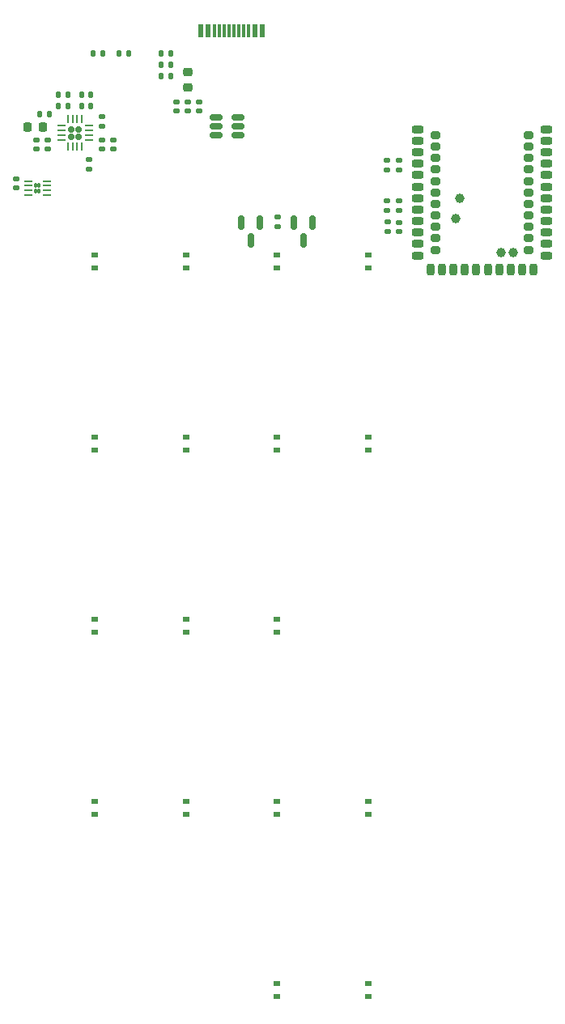
<source format=gtp>
G04 #@! TF.GenerationSoftware,KiCad,Pcbnew,(6.0.5)*
G04 #@! TF.CreationDate,2022-06-15T23:33:22+02:00*
G04 #@! TF.ProjectId,whalepad,7768616c-6570-4616-942e-6b696361645f,rev?*
G04 #@! TF.SameCoordinates,Original*
G04 #@! TF.FileFunction,Paste,Top*
G04 #@! TF.FilePolarity,Positive*
%FSLAX46Y46*%
G04 Gerber Fmt 4.6, Leading zero omitted, Abs format (unit mm)*
G04 Created by KiCad (PCBNEW (6.0.5)) date 2022-06-15 23:33:22*
%MOMM*%
%LPD*%
G01*
G04 APERTURE LIST*
G04 Aperture macros list*
%AMRoundRect*
0 Rectangle with rounded corners*
0 $1 Rounding radius*
0 $2 $3 $4 $5 $6 $7 $8 $9 X,Y pos of 4 corners*
0 Add a 4 corners polygon primitive as box body*
4,1,4,$2,$3,$4,$5,$6,$7,$8,$9,$2,$3,0*
0 Add four circle primitives for the rounded corners*
1,1,$1+$1,$2,$3*
1,1,$1+$1,$4,$5*
1,1,$1+$1,$6,$7*
1,1,$1+$1,$8,$9*
0 Add four rect primitives between the rounded corners*
20,1,$1+$1,$2,$3,$4,$5,0*
20,1,$1+$1,$4,$5,$6,$7,0*
20,1,$1+$1,$6,$7,$8,$9,0*
20,1,$1+$1,$8,$9,$2,$3,0*%
G04 Aperture macros list end*
%ADD10R,0.700000X0.600000*%
%ADD11RoundRect,0.135000X-0.185000X0.135000X-0.185000X-0.135000X0.185000X-0.135000X0.185000X0.135000X0*%
%ADD12RoundRect,0.140000X-0.140000X-0.170000X0.140000X-0.170000X0.140000X0.170000X-0.140000X0.170000X0*%
%ADD13RoundRect,0.070000X-0.070000X-0.190000X0.070000X-0.190000X0.070000X0.190000X-0.070000X0.190000X0*%
%ADD14RoundRect,0.062500X-0.325000X-0.062500X0.325000X-0.062500X0.325000X0.062500X-0.325000X0.062500X0*%
%ADD15RoundRect,0.160000X-0.160000X-0.160000X0.160000X-0.160000X0.160000X0.160000X-0.160000X0.160000X0*%
%ADD16RoundRect,0.062500X-0.375000X-0.062500X0.375000X-0.062500X0.375000X0.062500X-0.375000X0.062500X0*%
%ADD17RoundRect,0.062500X-0.062500X-0.375000X0.062500X-0.375000X0.062500X0.375000X-0.062500X0.375000X0*%
%ADD18RoundRect,0.150000X-0.150000X0.587500X-0.150000X-0.587500X0.150000X-0.587500X0.150000X0.587500X0*%
%ADD19RoundRect,0.140000X0.170000X-0.140000X0.170000X0.140000X-0.170000X0.140000X-0.170000X-0.140000X0*%
%ADD20RoundRect,0.135000X0.185000X-0.135000X0.185000X0.135000X-0.185000X0.135000X-0.185000X-0.135000X0*%
%ADD21RoundRect,0.135000X0.135000X0.185000X-0.135000X0.185000X-0.135000X-0.185000X0.135000X-0.185000X0*%
%ADD22R,0.600000X1.450000*%
%ADD23R,0.300000X1.450000*%
%ADD24RoundRect,0.150000X0.512500X0.150000X-0.512500X0.150000X-0.512500X-0.150000X0.512500X-0.150000X0*%
%ADD25RoundRect,0.140000X-0.170000X0.140000X-0.170000X-0.140000X0.170000X-0.140000X0.170000X0.140000X0*%
%ADD26RoundRect,0.218750X-0.218750X-0.256250X0.218750X-0.256250X0.218750X0.256250X-0.218750X0.256250X0*%
%ADD27RoundRect,0.218750X-0.256250X0.218750X-0.256250X-0.218750X0.256250X-0.218750X0.256250X0.218750X0*%
%ADD28RoundRect,0.147500X-0.147500X-0.172500X0.147500X-0.172500X0.147500X0.172500X-0.147500X0.172500X0*%
%ADD29RoundRect,0.200000X-0.400000X-0.200000X0.400000X-0.200000X0.400000X0.200000X-0.400000X0.200000X0*%
%ADD30RoundRect,0.200000X0.200000X-0.400000X0.200000X0.400000X-0.200000X0.400000X-0.200000X-0.400000X0*%
%ADD31RoundRect,0.200000X0.400000X0.200000X-0.400000X0.200000X-0.400000X-0.200000X0.400000X-0.200000X0*%
%ADD32RoundRect,0.200000X0.300000X0.200000X-0.300000X0.200000X-0.300000X-0.200000X0.300000X-0.200000X0*%
%ADD33C,1.000000*%
%ADD34RoundRect,0.140000X0.140000X0.170000X-0.140000X0.170000X-0.140000X-0.170000X0.140000X-0.170000X0*%
%ADD35RoundRect,0.147500X-0.172500X0.147500X-0.172500X-0.147500X0.172500X-0.147500X0.172500X0.147500X0*%
G04 APERTURE END LIST*
D10*
G04 #@! TO.C,D9*
X14287500Y-27875000D03*
X14287500Y-29275000D03*
G04 #@! TD*
D11*
G04 #@! TO.C,R9*
X44867893Y15921000D03*
X44867893Y14901000D03*
G04 #@! TD*
D12*
G04 #@! TO.C,C1*
X12911011Y26963000D03*
X13871011Y26963000D03*
G04 #@! TD*
D13*
G04 #@! TO.C,U3*
X8109761Y17528000D03*
X8459761Y17528000D03*
X8459761Y16878000D03*
X8109761Y16878000D03*
D14*
X7322261Y17953000D03*
X7322261Y17453000D03*
X7322261Y16953000D03*
X7322261Y16453000D03*
X9247261Y16453000D03*
X9247261Y16953000D03*
X9247261Y17453000D03*
X9247261Y17953000D03*
G04 #@! TD*
D11*
G04 #@! TO.C,R10*
X46067893Y15921000D03*
X46067893Y14901000D03*
G04 #@! TD*
G04 #@! TO.C,R7*
X13691011Y20173000D03*
X13691011Y19153000D03*
G04 #@! TD*
D10*
G04 #@! TO.C,D7*
X33337500Y-8825000D03*
X33337500Y-10225000D03*
G04 #@! TD*
D15*
G04 #@! TO.C,U2*
X11791011Y23363000D03*
X11791011Y22563000D03*
X12591011Y23363000D03*
X12591011Y22563000D03*
D16*
X10753511Y23713000D03*
X10753511Y23213000D03*
X10753511Y22713000D03*
X10753511Y22213000D03*
D17*
X11441011Y21525500D03*
X11941011Y21525500D03*
X12441011Y21525500D03*
X12941011Y21525500D03*
D16*
X13628511Y22213000D03*
X13628511Y22713000D03*
X13628511Y23213000D03*
X13628511Y23713000D03*
D17*
X12941011Y24400500D03*
X12441011Y24400500D03*
X11941011Y24400500D03*
X11441011Y24400500D03*
G04 #@! TD*
D10*
G04 #@! TO.C,D2*
X23812500Y10225000D03*
X23812500Y8825000D03*
G04 #@! TD*
D18*
G04 #@! TO.C,Q1*
X31525000Y13588500D03*
X29625000Y13588500D03*
X30575000Y11713500D03*
G04 #@! TD*
D19*
G04 #@! TO.C,C4*
X22775000Y25271000D03*
X22775000Y26231000D03*
G04 #@! TD*
D20*
G04 #@! TO.C,R13*
X44867893Y19091000D03*
X44867893Y20111000D03*
G04 #@! TD*
D18*
G04 #@! TO.C,Q2*
X37025000Y13588500D03*
X35125000Y13588500D03*
X36075000Y11713500D03*
G04 #@! TD*
D10*
G04 #@! TO.C,D12*
X14287500Y-46925000D03*
X14287500Y-48325000D03*
G04 #@! TD*
D21*
G04 #@! TO.C,R8*
X22235000Y31293000D03*
X21215000Y31293000D03*
G04 #@! TD*
D20*
G04 #@! TO.C,R12*
X46067893Y19091000D03*
X46067893Y20111000D03*
G04 #@! TD*
D21*
G04 #@! TO.C,R1*
X17835000Y31290427D03*
X16815000Y31290427D03*
G04 #@! TD*
D22*
G04 #@! TO.C,J1*
X31825000Y33618000D03*
X31025000Y33618000D03*
D23*
X29825000Y33618000D03*
X28825000Y33618000D03*
X28325000Y33618000D03*
X27325000Y33618000D03*
D22*
X26125000Y33618000D03*
X25325000Y33618000D03*
X25325000Y33618000D03*
X26125000Y33618000D03*
D23*
X26825000Y33618000D03*
X27825000Y33618000D03*
X29325000Y33618000D03*
X30325000Y33618000D03*
D22*
X31025000Y33618000D03*
X31825000Y33618000D03*
G04 #@! TD*
D10*
G04 #@! TO.C,D11*
X33337500Y-27875000D03*
X33337500Y-29275000D03*
G04 #@! TD*
G04 #@! TO.C,D5*
X14287500Y-8825000D03*
X14287500Y-10225000D03*
G04 #@! TD*
G04 #@! TO.C,D4*
X42862500Y10225000D03*
X42862500Y8825000D03*
G04 #@! TD*
D21*
G04 #@! TO.C,R2*
X15135000Y31290427D03*
X14115000Y31290427D03*
G04 #@! TD*
D19*
G04 #@! TO.C,C10*
X46075000Y12671000D03*
X46075000Y13631000D03*
G04 #@! TD*
D24*
G04 #@! TO.C,U1*
X29212500Y22713000D03*
X29212500Y23663000D03*
X29212500Y24613000D03*
X26937500Y24613000D03*
X26937500Y23663000D03*
X26937500Y22713000D03*
G04 #@! TD*
D20*
G04 #@! TO.C,R5*
X14991011Y23653000D03*
X14991011Y24673000D03*
G04 #@! TD*
D10*
G04 #@! TO.C,D6*
X23812500Y-8825000D03*
X23812500Y-10225000D03*
G04 #@! TD*
D25*
G04 #@! TO.C,C11*
X44875000Y13645000D03*
X44875000Y12685000D03*
G04 #@! TD*
D26*
G04 #@! TO.C,F2*
X7228511Y23563000D03*
X8803511Y23563000D03*
G04 #@! TD*
D25*
G04 #@! TO.C,C8*
X9391011Y22243000D03*
X9391011Y21283000D03*
G04 #@! TD*
D19*
G04 #@! TO.C,C3*
X25175000Y25271000D03*
X25175000Y26231000D03*
G04 #@! TD*
D10*
G04 #@! TO.C,D1*
X14287500Y10225000D03*
X14287500Y8825000D03*
G04 #@! TD*
D27*
G04 #@! TO.C,F1*
X23975000Y29344500D03*
X23975000Y27769500D03*
G04 #@! TD*
D10*
G04 #@! TO.C,D15*
X42862500Y-46925000D03*
X42862500Y-48325000D03*
G04 #@! TD*
D25*
G04 #@! TO.C,C5*
X16191011Y22243000D03*
X16191011Y21283000D03*
G04 #@! TD*
D10*
G04 #@! TO.C,D17*
X42862500Y-65975000D03*
X42862500Y-67375000D03*
G04 #@! TD*
D25*
G04 #@! TO.C,C7*
X8191011Y22243000D03*
X8191011Y21283000D03*
G04 #@! TD*
D10*
G04 #@! TO.C,D8*
X42862500Y-8825000D03*
X42862500Y-10225000D03*
G04 #@! TD*
D25*
G04 #@! TO.C,C6*
X14991011Y22243000D03*
X14991011Y21283000D03*
G04 #@! TD*
D28*
G04 #@! TO.C,L2*
X21240000Y28893000D03*
X22210000Y28893000D03*
G04 #@! TD*
D10*
G04 #@! TO.C,D14*
X33337500Y-46925000D03*
X33337500Y-48325000D03*
G04 #@! TD*
D25*
G04 #@! TO.C,C12*
X6075000Y18163000D03*
X6075000Y17203000D03*
G04 #@! TD*
D10*
G04 #@! TO.C,D16*
X33337500Y-65975000D03*
X33337500Y-67375000D03*
G04 #@! TD*
D12*
G04 #@! TO.C,C2*
X12911011Y25763000D03*
X13871011Y25763000D03*
G04 #@! TD*
D10*
G04 #@! TO.C,D10*
X23812500Y-27875000D03*
X23812500Y-29275000D03*
G04 #@! TD*
D29*
G04 #@! TO.C,U4*
X48075000Y23351000D03*
X48075000Y22151000D03*
X48075000Y20951000D03*
X48075000Y19751000D03*
X48075000Y18551000D03*
X48075000Y17351000D03*
X48075000Y16151000D03*
X48075000Y14951000D03*
X48075000Y13751000D03*
X48075000Y12551000D03*
X48075000Y11351000D03*
X48075000Y10151000D03*
D30*
X49375000Y8651000D03*
X50575000Y8651000D03*
X51775000Y8651000D03*
X52975000Y8651000D03*
X54175000Y8651000D03*
X55375000Y8651000D03*
X56575000Y8651000D03*
X57775000Y8651000D03*
X58975000Y8651000D03*
X60175000Y8651000D03*
D31*
X61475000Y10151000D03*
X61475000Y11351000D03*
X61475000Y12551000D03*
X61475000Y13751000D03*
X61475000Y14951000D03*
X61475000Y16151000D03*
X61475000Y17351000D03*
X61475000Y18551000D03*
X61475000Y19751000D03*
X61475000Y20951000D03*
X61475000Y22151000D03*
X61475000Y23351000D03*
D32*
X49875000Y22751000D03*
X49875000Y21551000D03*
X49875000Y20351000D03*
X49875000Y19151000D03*
X49875000Y17951000D03*
X49875000Y16751000D03*
X49875000Y15551000D03*
X49875000Y14351000D03*
X49875000Y13151000D03*
X49875000Y11951000D03*
X49875000Y10751000D03*
X59675000Y10751000D03*
X59675000Y11951000D03*
X59675000Y13151000D03*
X59675000Y14351000D03*
X59675000Y15551000D03*
X59675000Y16751000D03*
X59675000Y17951000D03*
X59675000Y19151000D03*
X59675000Y20351000D03*
X59675000Y21551000D03*
X59675000Y22751000D03*
D33*
X52445000Y16121000D03*
X58005000Y10481000D03*
X52065000Y14041000D03*
X56775000Y10481000D03*
G04 #@! TD*
D34*
G04 #@! TO.C,C9*
X22205000Y30093000D03*
X21245000Y30093000D03*
G04 #@! TD*
D10*
G04 #@! TO.C,D3*
X33337500Y10225000D03*
X33337500Y8825000D03*
G04 #@! TD*
D35*
G04 #@! TO.C,L1*
X23975000Y26236000D03*
X23975000Y25266000D03*
G04 #@! TD*
D21*
G04 #@! TO.C,R4*
X11501011Y26963000D03*
X10481011Y26963000D03*
G04 #@! TD*
G04 #@! TO.C,R6*
X11501011Y25763000D03*
X10481011Y25763000D03*
G04 #@! TD*
G04 #@! TO.C,R3*
X9501011Y24963000D03*
X8481011Y24963000D03*
G04 #@! TD*
D20*
G04 #@! TO.C,R11*
X33375000Y13141000D03*
X33375000Y14161000D03*
G04 #@! TD*
D10*
G04 #@! TO.C,D13*
X23812500Y-46925000D03*
X23812500Y-48325000D03*
G04 #@! TD*
M02*

</source>
